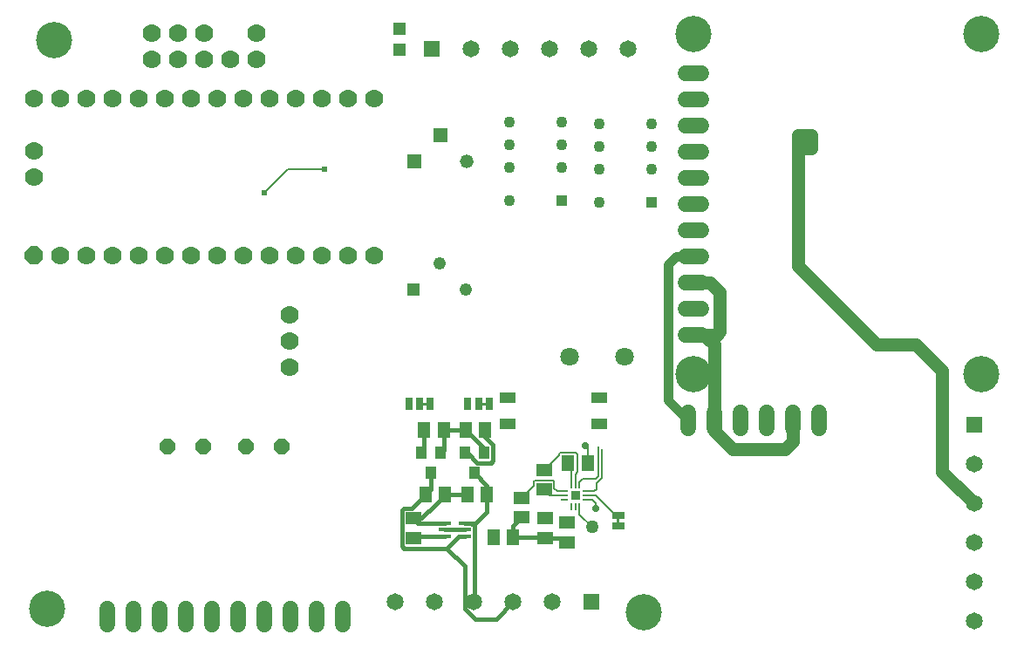
<source format=gbr>
G04 EAGLE Gerber RS-274X export*
G75*
%MOMM*%
%FSLAX34Y34*%
%LPD*%
%INTop Copper*%
%IPPOS*%
%AMOC8*
5,1,8,0,0,1.08239X$1,22.5*%
G01*
%ADD10C,1.524000*%
%ADD11P,1.924489X8X22.500000*%
%ADD12C,1.778000*%
%ADD13R,1.300000X1.500000*%
%ADD14R,1.000000X1.270000*%
%ADD15R,1.200000X0.400000*%
%ADD16R,1.500000X1.300000*%
%ADD17R,0.660400X1.270000*%
%ADD18R,0.200000X0.700000*%
%ADD19R,0.700000X0.200000*%
%ADD20R,0.950000X0.950000*%
%ADD21R,1.500000X1.100000*%
%ADD22R,1.270000X0.660400*%
%ADD23C,1.320800*%
%ADD24R,1.320800X1.320800*%
%ADD25R,1.650000X1.650000*%
%ADD26C,1.650000*%
%ADD27C,1.800000*%
%ADD28C,3.516000*%
%ADD29P,1.649562X8X112.500000*%
%ADD30R,1.100000X1.100000*%
%ADD31C,1.100000*%
%ADD32R,1.200000X1.200000*%
%ADD33C,1.270000*%
%ADD34R,1.217000X1.217000*%
%ADD35C,1.217000*%
%ADD36C,0.406400*%
%ADD37C,0.203200*%
%ADD38C,1.270000*%
%ADD39C,0.889000*%
%ADD40C,0.704000*%
%ADD41C,0.604000*%

G36*
X463950Y410667D02*
X463950Y410667D01*
X463972Y410671D01*
X463979Y410686D01*
X463988Y410692D01*
X463987Y410702D01*
X463994Y410718D01*
X463994Y413258D01*
X463982Y413277D01*
X463978Y413299D01*
X463963Y413306D01*
X463957Y413315D01*
X463947Y413314D01*
X463931Y413321D01*
X449707Y413321D01*
X449688Y413309D01*
X449666Y413305D01*
X449659Y413290D01*
X449650Y413284D01*
X449651Y413274D01*
X449644Y413258D01*
X449644Y410718D01*
X449656Y410699D01*
X449660Y410677D01*
X449675Y410670D01*
X449681Y410661D01*
X449691Y410662D01*
X449707Y410655D01*
X463931Y410655D01*
X463950Y410667D01*
G37*
G36*
X392538Y413309D02*
X392538Y413309D01*
X392516Y413305D01*
X392509Y413290D01*
X392500Y413284D01*
X392501Y413274D01*
X392494Y413258D01*
X392494Y410718D01*
X392506Y410699D01*
X392510Y410677D01*
X392525Y410670D01*
X392531Y410661D01*
X392541Y410662D01*
X392557Y410655D01*
X406781Y410655D01*
X406800Y410667D01*
X406822Y410671D01*
X406829Y410686D01*
X406838Y410692D01*
X406837Y410702D01*
X406844Y410718D01*
X406844Y413258D01*
X406832Y413277D01*
X406828Y413299D01*
X406813Y413306D01*
X406807Y413315D01*
X406797Y413314D01*
X406781Y413321D01*
X392557Y413321D01*
X392538Y413309D01*
G37*
G36*
X588537Y291922D02*
X588537Y291922D01*
X588559Y291926D01*
X588566Y291941D01*
X588575Y291947D01*
X588574Y291957D01*
X588581Y291973D01*
X588581Y305943D01*
X588569Y305962D01*
X588565Y305984D01*
X588550Y305991D01*
X588544Y306000D01*
X588534Y305999D01*
X588518Y306006D01*
X585978Y306006D01*
X585959Y305994D01*
X585937Y305990D01*
X585930Y305975D01*
X585921Y305969D01*
X585922Y305959D01*
X585915Y305943D01*
X585915Y291973D01*
X585927Y291954D01*
X585931Y291932D01*
X585946Y291925D01*
X585952Y291916D01*
X585962Y291917D01*
X585978Y291910D01*
X588518Y291910D01*
X588537Y291922D01*
G37*
D10*
X652780Y733679D02*
X668020Y733679D01*
X668020Y708279D02*
X652780Y708279D01*
X652780Y682879D02*
X668020Y682879D01*
X668020Y657479D02*
X652780Y657479D01*
X652780Y632079D02*
X668020Y632079D01*
X668020Y606679D02*
X652780Y606679D01*
X652780Y581279D02*
X668020Y581279D01*
X668020Y555879D02*
X652780Y555879D01*
X652780Y530479D02*
X668020Y530479D01*
X668020Y505079D02*
X652780Y505079D01*
X652780Y479679D02*
X668020Y479679D01*
D11*
X20447Y556006D03*
D12*
X20447Y632206D03*
X20447Y657606D03*
X134747Y746506D03*
X160147Y746506D03*
X134747Y771906D03*
X160147Y771906D03*
X185547Y746506D03*
X210947Y746506D03*
X236347Y746506D03*
X185547Y771906D03*
X236347Y771906D03*
X45847Y556006D03*
X71247Y556006D03*
X96647Y556006D03*
X122047Y556006D03*
X147447Y556006D03*
X172847Y556006D03*
X198247Y556006D03*
X223647Y556006D03*
X249047Y556006D03*
X274447Y556006D03*
X299847Y556006D03*
X325247Y556006D03*
X350647Y556006D03*
X20447Y708406D03*
X45847Y708406D03*
X71247Y708406D03*
X96647Y708406D03*
X122047Y708406D03*
X147447Y708406D03*
X172847Y708406D03*
X198247Y708406D03*
X223647Y708406D03*
X249047Y708406D03*
X274447Y708406D03*
X299847Y708406D03*
X325247Y708406D03*
X350647Y708406D03*
X268097Y448056D03*
X268097Y473456D03*
X268097Y498856D03*
D13*
X398932Y386588D03*
X417932Y386588D03*
X458318Y386842D03*
X439318Y386842D03*
X400202Y324358D03*
X419202Y324358D03*
X459588Y324612D03*
X440588Y324612D03*
D14*
X405638Y345092D03*
X396138Y365092D03*
X415138Y365092D03*
X447548Y345092D03*
X438048Y365092D03*
X457048Y365092D03*
D15*
X419252Y296568D03*
X419252Y290068D03*
X419252Y283568D03*
X438252Y283568D03*
X438252Y290068D03*
X438252Y296568D03*
D16*
X388112Y282092D03*
X388112Y301092D03*
D17*
X384048Y411988D03*
X394462Y411988D03*
X404876Y411988D03*
X441198Y411988D03*
X451612Y411988D03*
X462026Y411988D03*
D10*
X782257Y404241D02*
X782257Y389001D01*
X756857Y389001D02*
X756857Y404241D01*
X731457Y404241D02*
X731457Y389001D01*
X706057Y389001D02*
X706057Y404241D01*
X680657Y404241D02*
X680657Y389001D01*
X655257Y389001D02*
X655257Y404241D01*
D18*
X541592Y312842D03*
X545592Y312842D03*
X549592Y312842D03*
D19*
X556092Y319342D03*
X556092Y323342D03*
X556092Y327342D03*
D18*
X549592Y333842D03*
X545592Y333842D03*
X541592Y333842D03*
D19*
X535092Y327342D03*
X535092Y323342D03*
X535092Y319342D03*
D20*
X545592Y323342D03*
D21*
X568560Y392590D03*
X568560Y417990D03*
X479560Y417990D03*
X479560Y392590D03*
D16*
X493268Y321158D03*
X493268Y302158D03*
X516382Y282092D03*
X516382Y301092D03*
X537718Y297028D03*
X537718Y278028D03*
D13*
X466242Y282448D03*
X485242Y282448D03*
X538632Y354838D03*
X557632Y354838D03*
D16*
X515112Y329082D03*
X515112Y348082D03*
D22*
X587248Y304165D03*
X587248Y293751D03*
D23*
X440090Y647400D03*
D24*
X414690Y672800D03*
X389290Y647400D03*
D25*
X406400Y757000D03*
D26*
X444500Y757000D03*
X482600Y757000D03*
X520700Y757000D03*
X558800Y757000D03*
X596900Y757000D03*
D25*
X561580Y219790D03*
D26*
X523480Y219790D03*
X485380Y219790D03*
X447280Y219790D03*
X409180Y219790D03*
X371080Y219790D03*
D25*
X932481Y392176D03*
D26*
X932481Y354076D03*
X932481Y315976D03*
X932481Y277876D03*
X932481Y239776D03*
X932481Y201676D03*
D27*
X540300Y458040D03*
X593300Y458040D03*
D10*
X91440Y213170D02*
X91440Y197930D01*
X116840Y197930D02*
X116840Y213170D01*
X142240Y213170D02*
X142240Y197930D01*
X167640Y197930D02*
X167640Y213170D01*
X193040Y213170D02*
X193040Y197930D01*
X218440Y197930D02*
X218440Y213170D01*
X243840Y213170D02*
X243840Y197930D01*
X269240Y197930D02*
X269240Y213170D01*
X294640Y213170D02*
X294640Y197930D01*
X320040Y197930D02*
X320040Y213170D01*
D28*
X939800Y771779D03*
X660400Y771779D03*
X660400Y441579D03*
X939800Y441579D03*
D29*
X260858Y370650D03*
X225806Y370650D03*
X149670Y370650D03*
X184658Y370650D03*
D30*
X532200Y609600D03*
D31*
X532200Y641600D03*
X532200Y663600D03*
X532200Y685600D03*
X481400Y685600D03*
X481400Y663600D03*
X481400Y641600D03*
X481400Y609600D03*
D32*
X374868Y755882D03*
X374868Y776882D03*
D28*
X39878Y765556D03*
X33100Y213200D03*
D33*
X562102Y292862D03*
D30*
X619830Y608330D03*
D31*
X619830Y640330D03*
X619830Y662330D03*
X619830Y684330D03*
X569030Y684330D03*
X569030Y662330D03*
X569030Y640330D03*
X569030Y608330D03*
D28*
X612267Y209931D03*
D34*
X388620Y523240D03*
D35*
X414020Y548640D03*
X439420Y523240D03*
D36*
X438252Y290068D02*
X419252Y290068D01*
D37*
X584835Y304165D02*
X587248Y304165D01*
X565658Y323342D02*
X556092Y323342D01*
X565658Y323342D02*
X584835Y304165D01*
D36*
X493268Y302158D02*
X485242Y294132D01*
X485242Y282448D01*
X516026Y282448D01*
X516382Y282092D01*
X533654Y282092D01*
X537718Y278028D01*
D38*
X680657Y386144D02*
X680657Y396621D01*
X680657Y386144D02*
X698500Y368300D01*
X749300Y368300D01*
X756857Y375857D01*
X756857Y396621D01*
X680657Y396621D02*
X680657Y469583D01*
X670560Y479679D01*
X660400Y479679D01*
X682879Y479679D01*
X685800Y482600D01*
X685800Y520700D01*
X676021Y530479D01*
X660400Y530479D01*
D39*
X660400Y555879D02*
X643722Y555879D01*
X635795Y547952D01*
X635795Y416083D02*
X655257Y396621D01*
X635795Y416083D02*
X635795Y547952D01*
D36*
X440588Y324612D02*
X419456Y324612D01*
X419202Y324358D01*
X410258Y315414D01*
X410258Y315385D01*
X395965Y301092D01*
X388112Y301092D01*
X392636Y296568D01*
X419252Y296568D01*
X415138Y365092D02*
X417932Y367886D01*
X417932Y386588D01*
X418186Y386842D01*
X439318Y386842D01*
X448262Y377898D01*
X448262Y377869D01*
X457048Y369083D02*
X457048Y365092D01*
X457048Y369083D02*
X448262Y377869D01*
X447548Y345092D02*
X459588Y333052D01*
X459588Y324612D01*
X444500Y296568D02*
X438252Y296568D01*
X444500Y296568D02*
X448968Y296568D01*
X459588Y307188D02*
X459588Y324612D01*
X459588Y307188D02*
X448968Y296568D01*
X447808Y293541D02*
X445725Y295624D01*
X445444Y295624D02*
X444500Y296568D01*
X445444Y295624D02*
X445725Y295624D01*
X447808Y220318D02*
X447280Y219790D01*
X447808Y220318D02*
X447808Y293541D01*
X405638Y329794D02*
X400202Y324358D01*
X405638Y329794D02*
X405638Y345092D01*
X377056Y274119D02*
X379139Y272036D01*
X377056Y309065D02*
X379139Y311148D01*
X377056Y309065D02*
X377056Y274119D01*
X432281Y283568D02*
X438252Y283568D01*
X386992Y311148D02*
X379139Y311148D01*
X386992Y311148D02*
X400202Y324358D01*
X432281Y283568D02*
X420749Y272036D01*
X379139Y272036D01*
X420749Y272036D02*
X438150Y254635D01*
X438150Y213360D02*
X448310Y203200D01*
X468790Y203200D02*
X485380Y219790D01*
X438150Y213360D02*
X438150Y254635D01*
X448310Y203200D02*
X468790Y203200D01*
X465604Y357269D02*
X465604Y372915D01*
X465604Y357269D02*
X463521Y355186D01*
X450575Y355186D01*
X440669Y365092D02*
X438048Y365092D01*
X458318Y380201D02*
X458318Y386842D01*
X458318Y380201D02*
X465604Y372915D01*
X450575Y355186D02*
X440669Y365092D01*
X398932Y367886D02*
X398932Y386588D01*
X398932Y367886D02*
X396138Y365092D01*
X389588Y283568D02*
X388112Y282092D01*
X389588Y283568D02*
X419252Y283568D01*
D37*
X552928Y339718D02*
X565184Y339718D01*
X567690Y342224D01*
X567690Y370840D01*
X549592Y336382D02*
X549592Y333842D01*
X549592Y336382D02*
X552928Y339718D01*
X571246Y340751D02*
X571246Y368300D01*
X563562Y327342D02*
X556092Y327342D01*
X565948Y329728D02*
X565948Y335453D01*
X565948Y329728D02*
X563562Y327342D01*
X565948Y335453D02*
X571246Y340751D01*
X506560Y338122D02*
X505072Y336634D01*
X506560Y338122D02*
X523664Y338122D01*
X525152Y336634D01*
X525152Y330200D01*
X505072Y332962D02*
X505072Y336634D01*
X505072Y332962D02*
X493268Y321158D01*
X525152Y330200D02*
X528010Y327342D01*
X535092Y327342D01*
X541592Y333842D02*
X541592Y351878D01*
X538632Y354838D01*
X515112Y353990D02*
X515112Y348082D01*
X529592Y363390D02*
X531080Y364878D01*
X546184Y364878D01*
X547672Y363390D01*
X529592Y363390D02*
X529592Y362562D01*
X515112Y348082D01*
X547672Y346286D02*
X547672Y363390D01*
X547672Y346286D02*
X545592Y344206D01*
X545592Y333842D01*
X557632Y354838D02*
X557632Y369468D01*
X554990Y372110D01*
D40*
X554990Y372110D03*
X565150Y311150D03*
D37*
X562038Y319342D02*
X556092Y319342D01*
X565150Y316230D02*
X565150Y311150D01*
X565150Y316230D02*
X562038Y319342D01*
X549592Y312842D02*
X549592Y305118D01*
X561848Y292862D02*
X562102Y292862D01*
X561848Y292862D02*
X549592Y305118D01*
X535092Y323342D02*
X520852Y323342D01*
X515112Y329082D01*
D41*
X302260Y640080D03*
D37*
X266700Y640080D01*
X243840Y617220D01*
D41*
X243840Y617220D03*
D38*
X901700Y346757D02*
X932481Y315976D01*
X901700Y346757D02*
X901700Y444500D01*
X876300Y469900D01*
X838200Y469900D01*
X762000Y546100D01*
D40*
X762000Y673100D03*
X762000Y660400D03*
X774700Y673100D03*
X774700Y660400D03*
D38*
X762000Y660400D02*
X762000Y546100D01*
X762000Y660400D02*
X762000Y673100D01*
X774700Y673100D02*
X774700Y660400D01*
X774700Y673100D02*
X762000Y673100D01*
X762000Y660400D02*
X774700Y660400D01*
M02*

</source>
